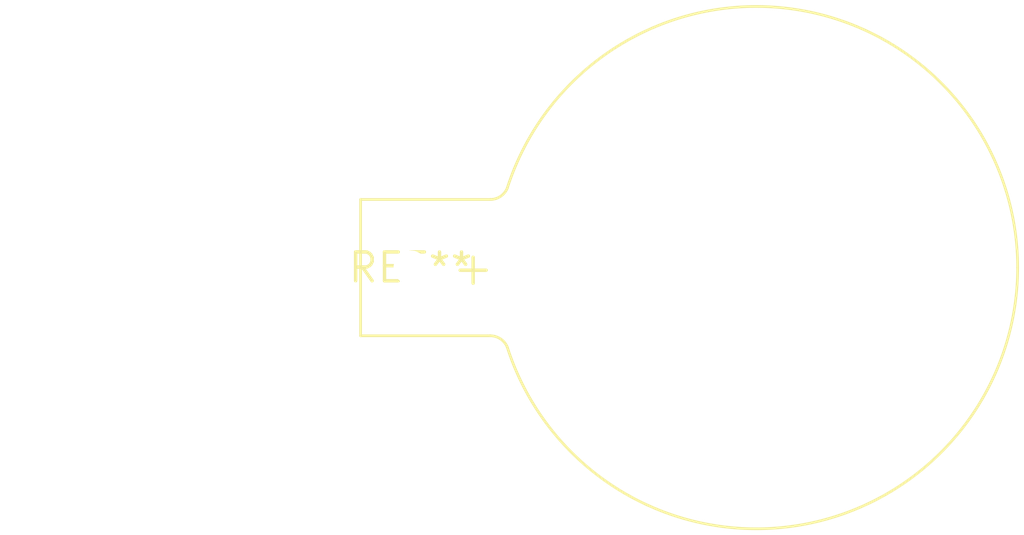
<source format=kicad_pcb>
(kicad_pcb (version 20240108) (generator pcbnew)
  (layers (0 "F.Cu" signal) (31 "B.Cu" signal) (34 "B.Paste" user) (35 "F.Paste" user) (36 "B.SilkS" user "B.Silkscreen") (37 "F.SilkS" user "F.Silkscreen") (38 "B.Mask" user) (39 "F.Mask" user) (44 "Edge.Cuts" user))
  (net 0 "")
  (footprint "BatteryHolder_Keystone_103_1x20mm" (layer "F.Cu") (at 0 0)
    (property "Reference" "REF**")
    (property "Value" "BatteryHolder_Keystone_103_1x20mm")
    (fp_line (start -2.2 -3) (end 3.5 -3) (layer "F.SilkS") (stroke (width 0.12)))
    (fp_line (start -2.2 3) (end -2.2 -3) (layer "F.SilkS") (stroke (width 0.12)))
    (fp_line (start -2.2 3) (end 3.5 3) (layer "F.SilkS") (stroke (width 0.12)))
    (fp_arc (start 3.5 3) (mid 3.950694 3.136459) (end 4.25 3.5) (layer "F.SilkS") (stroke (width 0.12)))
    (fp_arc (start 4.25 -3.5) (mid 3.950694 -3.136459) (end 3.5 -3) (layer "F.SilkS") (stroke (width 0.12)))
    (fp_arc (start 4.25 -3.5) (mid 16.971103 -11.358466) (end 26.695671 0) (layer "F.SilkS") (stroke (width 0.12)))
    (fp_arc (start 26.695671 0) (mid 16.971103 11.358466) (end 4.25 3.5) (layer "F.SilkS") (stroke (width 0.12)))
    (fp_text user "+" (at 2.75 0 0) (layer "F.SilkS") (effects (font (size 1.5 1.5))))
    (pad "1" thru_hole rect (at 0 0) (size 3 3) (drill 1.5) (layers *.Cu *.Mask) (remove_unused_layers))
    (pad "2" thru_hole circle (at 20.49 0) (size 3 3) (drill 1.5) (layers *.Cu *.Mask) (remove_unused_layers))
  )
)
</source>
